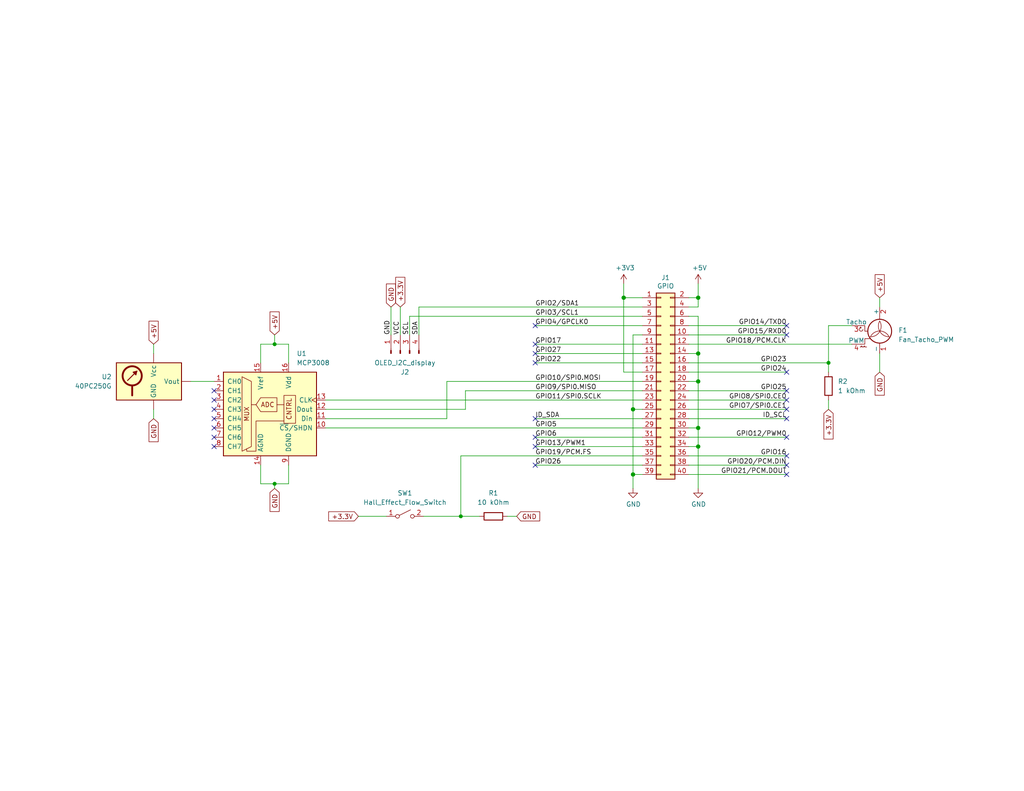
<source format=kicad_sch>
(kicad_sch (version 20230121) (generator eeschema)
  (paper "USLetter")
  (title_block (title "Chance of Showers") (date "2023-11-26") (company "Matthew Epland"))
  (lib_symbols
    (symbol "Analog_ADC:MCP3008" (pin_names (offset 1.016))
      (property "Reference" "U" (at -5.08 13.335 0))
      (property "Value" "MCP3008" (at -5.08 11.43 0))
      (symbol "MCP3008_0_0"
        (text "ADC" (at -0.635 1.27 0) (effects (font (size 1.27 1.27))))
        (text "CNTRL" (at 5.969 -2.921 900) (effects (font (size 1.27 1.27)) (justify left bottom)))
        (text "MUX" (at -6.35 -1.27 900) (effects (font (size 1.27 1.27))))
      )
      (symbol "MCP3008_0_1"
        (polyline (pts (xy -3.81 1.27) (xy -5.08 1.27)))
        (polyline (pts (xy 1.905 1.27) (xy 3.81 1.27)))
        (polyline (pts (xy -7.62 8.89) (xy -7.62 -11.43) (xy -5.08 -10.16) (xy -5.08 7.62) (xy -7.62 8.89)))
        (polyline (pts (xy 3.81 -3.175) (xy -3.81 -3.175) (xy -3.81 -11.43) (xy -6.35 -11.43) (xy -6.35 -10.795)))
        (polyline (pts (xy 1.905 3.175) (xy 1.905 -0.635) (xy -2.54 -0.635) (xy -3.81 1.27) (xy -2.54 3.175) (xy 1.905 3.175)))
        (rectangle (start 3.81 -3.81) (end 6.985 3.81))
        (rectangle (start 12.7 -12.7) (end -12.7 10.16) (stroke (width 0.254)) (fill (type background)))
      )
      (symbol "MCP3008_1_1"
        (pin input line (at -15.24 7.62 0) (length 2.54) (name "CH0") (number "1"))
        (pin input line (at 15.24 -5.08 180) (length 2.54) (name "~{CS}/SHDN") (number "10"))
        (pin input line (at 15.24 -2.54 180) (length 2.54) (name "Din") (number "11"))
        (pin output line (at 15.24 0 180) (length 2.54) (name "Dout") (number "12"))
        (pin input clock (at 15.24 2.54 180) (length 2.54) (name "CLK") (number "13"))
        (pin power_in line (at -2.54 -15.24 90) (length 2.54) (name "AGND") (number "14"))
        (pin power_in line (at -2.54 12.7 270) (length 2.54) (name "Vref") (number "15"))
        (pin power_in line (at 5.08 12.7 270) (length 2.54) (name "Vdd") (number "16"))
        (pin input line (at -15.24 5.08 0) (length 2.54) (name "CH1") (number "2"))
        (pin input line (at -15.24 2.54 0) (length 2.54) (name "CH2") (number "3"))
        (pin input line (at -15.24 0 0) (length 2.54) (name "CH3") (number "4"))
        (pin input line (at -15.24 -2.54 0) (length 2.54) (name "CH4") (number "5"))
        (pin input line (at -15.24 -5.08 0) (length 2.54) (name "CH5") (number "6"))
        (pin input line (at -15.24 -7.62 0) (length 2.54) (name "CH6") (number "7"))
        (pin input line (at -15.24 -10.16 0) (length 2.54) (name "CH7") (number "8"))
        (pin power_in line (at 5.08 -15.24 90) (length 2.54) (name "DGND") (number "9"))
      )
    )
    (symbol "Connector:Conn_01x04_Pin" (pin_names (offset 1.016) hide)
      (property "Reference" "J" (at 0 5.08 0))
      (property "Value" "Conn_01x04_Pin" (at 0 -7.62 0))
      (symbol "Conn_01x04_Pin_1_1"
        (polyline (pts (xy 1.27 -5.08) (xy 0.8636 -5.08)) (stroke (width 0.1524)))
        (polyline (pts (xy 1.27 -2.54) (xy 0.8636 -2.54)) (stroke (width 0.1524)))
        (polyline (pts (xy 1.27 0) (xy 0.8636 0)) (stroke (width 0.1524)))
        (polyline (pts (xy 1.27 2.54) (xy 0.8636 2.54)) (stroke (width 0.1524)))
        (rectangle (start 0.8636 -4.953) (end 0 -5.207) (stroke (width 0.1524)) (fill (type outline)))
        (rectangle (start 0.8636 -2.413) (end 0 -2.667) (stroke (width 0.1524)) (fill (type outline)))
        (rectangle (start 0.8636 0.127) (end 0 -0.127) (stroke (width 0.1524)) (fill (type outline)))
        (rectangle (start 0.8636 2.667) (end 0 2.413) (stroke (width 0.1524)) (fill (type outline)))
        (pin passive line (at 5.08 2.54 180) (length 3.81) (name "Pin_1") (number "1"))
        (pin passive line (at 5.08 0 180) (length 3.81) (name "Pin_2") (number "2"))
        (pin passive line (at 5.08 -2.54 180) (length 3.81) (name "Pin_3") (number "3"))
        (pin passive line (at 5.08 -5.08 180) (length 3.81) (name "Pin_4") (number "4"))
      )
    )
    (symbol "Connector_Generic:Conn_02x20_Odd_Even" (pin_names (offset 1.016) hide)
      (property "Reference" "J1" (at 1.27 28.3402 0))
      (property "Value" "GPIO" (at 1.27 26.035 0))
      (symbol "Conn_02x20_Odd_Even_1_1"
        (rectangle (start -1.27 -25.273) (end 0 -25.527) (stroke (width 0.1524)))
        (rectangle (start -1.27 -22.733) (end 0 -22.987) (stroke (width 0.1524)))
        (rectangle (start -1.27 -20.193) (end 0 -20.447) (stroke (width 0.1524)))
        (rectangle (start -1.27 -17.653) (end 0 -17.907) (stroke (width 0.1524)))
        (rectangle (start -1.27 -15.113) (end 0 -15.367) (stroke (width 0.1524)))
        (rectangle (start -1.27 -12.573) (end 0 -12.827) (stroke (width 0.1524)))
        (rectangle (start -1.27 -10.033) (end 0 -10.287) (stroke (width 0.1524)))
        (rectangle (start -1.27 -7.493) (end 0 -7.747) (stroke (width 0.1524)))
        (rectangle (start -1.27 -4.953) (end 0 -5.207) (stroke (width 0.1524)))
        (rectangle (start -1.27 -2.413) (end 0 -2.667) (stroke (width 0.1524)))
        (rectangle (start -1.27 0.127) (end 0 -0.127) (stroke (width 0.1524)))
        (rectangle (start -1.27 2.667) (end 0 2.413) (stroke (width 0.1524)))
        (rectangle (start -1.27 5.207) (end 0 4.953) (stroke (width 0.1524)))
        (rectangle (start -1.27 7.747) (end 0 7.493) (stroke (width 0.1524)))
        (rectangle (start -1.27 10.287) (end 0 10.033) (stroke (width 0.1524)))
        (rectangle (start -1.27 12.827) (end 0 12.573) (stroke (width 0.1524)))
        (rectangle (start -1.27 15.367) (end 0 15.113) (stroke (width 0.1524)))
        (rectangle (start -1.27 17.907) (end 0 17.653) (stroke (width 0.1524)))
        (rectangle (start -1.27 20.447) (end 0 20.193) (stroke (width 0.1524)))
        (rectangle (start -1.27 22.987) (end 0 22.733) (stroke (width 0.1524)))
        (rectangle (start -1.27 24.13) (end 3.81 -26.67) (stroke (width 0.254)) (fill (type background)))
        (rectangle (start 3.81 -25.273) (end 2.54 -25.527) (stroke (width 0.1524)))
        (rectangle (start 3.81 -22.733) (end 2.54 -22.987) (stroke (width 0.1524)))
        (rectangle (start 3.81 -20.193) (end 2.54 -20.447) (stroke (width 0.1524)))
        (rectangle (start 3.81 -17.653) (end 2.54 -17.907) (stroke (width 0.1524)))
        (rectangle (start 3.81 -15.113) (end 2.54 -15.367) (stroke (width 0.1524)))
        (rectangle (start 3.81 -12.573) (end 2.54 -12.827) (stroke (width 0.1524)))
        (rectangle (start 3.81 -10.033) (end 2.54 -10.287) (stroke (width 0.1524)))
        (rectangle (start 3.81 -7.493) (end 2.54 -7.747) (stroke (width 0.1524)))
        (rectangle (start 3.81 -4.953) (end 2.54 -5.207) (stroke (width 0.1524)))
        (rectangle (start 3.81 -2.413) (end 2.54 -2.667) (stroke (width 0.1524)))
        (rectangle (start 3.81 0.127) (end 2.54 -0.127) (stroke (width 0.1524)))
        (rectangle (start 3.81 2.667) (end 2.54 2.413) (stroke (width 0.1524)))
        (rectangle (start 3.81 5.207) (end 2.54 4.953) (stroke (width 0.1524)))
        (rectangle (start 3.81 7.747) (end 2.54 7.493) (stroke (width 0.1524)))
        (rectangle (start 3.81 10.287) (end 2.54 10.033) (stroke (width 0.1524)))
        (rectangle (start 3.81 12.827) (end 2.54 12.573) (stroke (width 0.1524)))
        (rectangle (start 3.81 15.367) (end 2.54 15.113) (stroke (width 0.1524)))
        (rectangle (start 3.81 17.907) (end 2.54 17.653) (stroke (width 0.1524)))
        (rectangle (start 3.81 20.447) (end 2.54 20.193) (stroke (width 0.1524)))
        (rectangle (start 3.81 22.987) (end 2.54 22.733) (stroke (width 0.1524)))
        (pin power_out line (at -5.08 22.86 0) (length 3.81) (name "+3.3V") (number "1"))
        (pin passive line (at 7.62 12.7 180) (length 3.81) (name "Pin_10") (number "10"))
        (pin passive line (at -5.08 10.16 0) (length 3.81) (name "Pin_11") (number "11"))
        (pin passive line (at 7.62 10.16 180) (length 3.81) (name "Pin_12") (number "12"))
        (pin passive line (at -5.08 7.62 0) (length 3.81) (name "Pin_13") (number "13"))
        (pin passive line (at 7.62 7.62 180) (length 3.81) (name "Pin_14") (number "14"))
        (pin passive line (at -5.08 5.08 0) (length 3.81) (name "Pin_15") (number "15"))
        (pin passive line (at 7.62 5.08 180) (length 3.81) (name "Pin_16") (number "16"))
        (pin passive line (at -5.08 2.54 0) (length 3.81) (name "Pin_17") (number "17"))
        (pin passive line (at 7.62 2.54 180) (length 3.81) (name "Pin_18") (number "18"))
        (pin passive line (at -5.08 0 0) (length 3.81) (name "Pin_19") (number "19"))
        (pin power_out line (at 7.62 22.86 180) (length 3.81) (name "+5V") (number "2"))
        (pin passive line (at 7.62 0 180) (length 3.81) (name "Pin_20") (number "20"))
        (pin passive line (at -5.08 -2.54 0) (length 3.81) (name "Pin_21") (number "21"))
        (pin passive line (at 7.62 -2.54 180) (length 3.81) (name "Pin_22") (number "22"))
        (pin passive line (at -5.08 -5.08 0) (length 3.81) (name "Pin_23") (number "23"))
        (pin passive line (at 7.62 -5.08 180) (length 3.81) (name "Pin_24") (number "24"))
        (pin passive line (at -5.08 -7.62 0) (length 3.81) (name "Pin_25") (number "25"))
        (pin passive line (at 7.62 -7.62 180) (length 3.81) (name "Pin_26") (number "26"))
        (pin passive line (at -5.08 -10.16 0) (length 3.81) (name "Pin_27") (number "27"))
        (pin passive line (at 7.62 -10.16 180) (length 3.81) (name "Pin_28") (number "28"))
        (pin passive line (at -5.08 -12.7 0) (length 3.81) (name "Pin_29") (number "29"))
        (pin passive line (at -5.08 20.32 0) (length 3.81) (name "Pin_3") (number "3"))
        (pin passive line (at 7.62 -12.7 180) (length 3.81) (name "Pin_30") (number "30"))
        (pin passive line (at -5.08 -15.24 0) (length 3.81) (name "Pin_31") (number "31"))
        (pin passive line (at 7.62 -15.24 180) (length 3.81) (name "Pin_32") (number "32"))
        (pin passive line (at -5.08 -17.78 0) (length 3.81) (name "Pin_33") (number "33"))
        (pin passive line (at 7.62 -17.78 180) (length 3.81) (name "Pin_34") (number "34"))
        (pin passive line (at -5.08 -20.32 0) (length 3.81) (name "Pin_35") (number "35"))
        (pin passive line (at 7.62 -20.32 180) (length 3.81) (name "Pin_36") (number "36"))
        (pin passive line (at -5.08 -22.86 0) (length 3.81) (name "Pin_37") (number "37"))
        (pin passive line (at 7.62 -22.86 180) (length 3.81) (name "Pin_38") (number "38"))
        (pin power_out line (at -5.08 -25.4 0) (length 3.81) (name "GND") (number "39"))
        (pin passive line (at 7.62 20.32 180) (length 3.81) (name "Pin_4") (number "4"))
        (pin passive line (at 7.62 -25.4 180) (length 3.81) (name "Pin_40") (number "40"))
        (pin passive line (at -5.08 17.78 0) (length 3.81) (name "Pin_5") (number "5"))
        (pin passive line (at 7.62 17.78 180) (length 3.81) (name "Pin_6") (number "6"))
        (pin passive line (at -5.08 15.24 0) (length 3.81) (name "Pin_7") (number "7"))
        (pin passive line (at 7.62 15.24 180) (length 3.81) (name "Pin_8") (number "8"))
        (pin passive line (at -5.08 12.7 0) (length 3.81) (name "Pin_9") (number "9"))
      )
    )
    (symbol "Device:R" (pin_numbers hide) (pin_names (offset 0))
      (property "Reference" "R" (at 2.032 0 90))
      (property "Value" "R" (at 0 0 90))
      (symbol "R_0_1"
        (rectangle (start -1.016 -2.54) (end 1.016 2.54) (stroke (width 0.254)))
      )
      (symbol "R_1_1"
        (pin passive line (at 0 3.81 270) (length 1.27) (name "~") (number "1"))
        (pin passive line (at 0 -3.81 90) (length 1.27) (name "~") (number "2"))
      )
    )
    (symbol "Motor:Fan_Tacho_PWM" (pin_names (offset 0))
      (property "Reference" "M" (at 2.54 5.08 0))
      (property "Value" "Fan_Tacho_PWM" (at 2.54 -2.54 0))
      (symbol "Fan_Tacho_PWM_0_0"
        (arc (start -5.588 1.524) (mid -5.08 1.0182) (end -4.572 1.524))
        (arc (start -5.08 2.032) (mid -5.4392 1.8832) (end -5.588 1.524))
        (polyline (pts (xy -5.08 2.032) (xy -5.334 2.159)))
        (polyline (pts (xy -5.08 2.032) (xy -5.207 1.778)))
        (polyline (pts (xy -4.064 2.54) (xy -4.064 1.016) (xy -3.302 1.016)))
      )
      (symbol "Fan_Tacho_PWM_0_1"
        (arc (start -2.54 -0.508) (mid 0.0028 0.9121) (end 0 3.81))
        (polyline (pts (xy -4.064 2.54) (xy -5.08 2.54)))
        (polyline (pts (xy 0 -5.08) (xy 0 -4.572)))
        (polyline (pts (xy 0 -2.2352) (xy 0 -2.6416)))
        (polyline (pts (xy 0 4.2672) (xy 0 4.6228)))
        (polyline (pts (xy 0 4.572) (xy 0 5.08)))
        (polyline (pts (xy -2.54 -1.016) (xy -4.064 -1.016) (xy -4.064 -2.54) (xy -5.08 -2.54)))
        (polyline (pts (xy -5.334 -3.302) (xy -5.08 -3.302) (xy -5.08 -3.048) (xy -4.826 -3.048) (xy -4.826 -3.302) (xy -4.318 -3.302) (xy -4.318 -3.048) (xy -4.064 -3.048) (xy -4.064 -3.302) (xy -3.556 -3.302)))
        (circle (center 0 1.016) (radius 3.2512) (stroke (width 0.254)))
        (arc (start 0 3.81) (mid 0.053 0.921) (end 2.54 -0.508))
        (arc (start 2.54 -0.508) (mid 0 1.0618) (end -2.54 -0.508))
      )
      (symbol "Fan_Tacho_PWM_1_1"
        (pin passive line (at 0 -5.08 90) (length 2.54) (name "-") (number "1"))
        (pin passive line (at 0 7.62 270) (length 2.54) (name "+") (number "2"))
        (pin passive line (at -7.62 2.54 0) (length 2.54) (name "Tacho") (number "3"))
        (pin input line (at -7.62 -2.54 0) (length 2.54) (name "PWM") (number "4"))
      )
    )
    (symbol "Sensor_Pressure:40PC250G" (pin_numbers hide)
      (property "Reference" "U" (at -10.16 6.35 0))
      (property "Value" "40PC250G" (at 6.35 6.35 0))
      (symbol "40PC250G_0_1"
        (circle (center -5.842 1.524) (radius 2.6162) (stroke (width 0.508)))
        (polyline (pts (xy -7.112 0.254) (xy -4.572 2.794)) (stroke (width 0.254)))
        (polyline (pts (xy -5.842 -1.27) (xy -5.842 -3.81)) (stroke (width 0.508)))
        (polyline (pts (xy -4.572 2.794) (xy -4.826 1.778) (xy -5.588 2.54) (xy -4.572 2.794)) (stroke (width 0.254)) (fill (type outline)))
        (rectangle (start 7.62 5.08) (end -10.16 -5.08) (stroke (width 0.254)) (fill (type background)))
      )
      (symbol "40PC250G_1_1"
        (pin power_in line (at 0 7.62 270) (length 2.54) (name "Vcc") (number "1"))
        (pin power_in line (at 0 -7.62 90) (length 2.54) (name "GND") (number "2"))
        (pin output line (at 10.16 0 180) (length 2.54) (name "Vout") (number "3"))
        (pin no_connect line (at -7.62 -5.08 90) (length 2.54) hide (name "NC") (number "4"))
        (pin no_connect line (at -5.08 -5.08 90) (length 2.54) hide (name "NC") (number "5"))
        (pin no_connect line (at -2.54 -5.08 90) (length 2.54) hide (name "NC") (number "6"))
      )
    )
    (symbol "Switch:SW_SPST" (pin_names (offset 0) hide)
      (property "Reference" "SW" (at 0 3.175 0))
      (property "Value" "SW_SPST" (at 0 -2.54 0))
      (symbol "SW_SPST_0_0"
        (circle (center -2.032 0) (radius 0.508))
        (polyline (pts (xy -1.524 0.254) (xy 1.524 1.778)))
        (circle (center 2.032 0) (radius 0.508))
      )
      (symbol "SW_SPST_1_1"
        (pin passive line (at -5.08 0 0) (length 2.54) (name "A") (number "1"))
        (pin passive line (at 5.08 0 180) (length 2.54) (name "B") (number "2"))
      )
    )
    (symbol "power:+3.3V" (power) (pin_names (offset 0))
      (property "Value" "+3.3V" (at 0 3.556 0))
      (symbol "+3.3V_0_1"
        (polyline (pts (xy -0.762 1.27) (xy 0 2.54)))
        (polyline (pts (xy 0 0) (xy 0 2.54)))
        (polyline (pts (xy 0 2.54) (xy 0.762 1.27)))
      )
      (symbol "+3.3V_1_1"
        (pin power_in line (at 0 0 90) (length 0) hide (name "+3V3") (number "1"))
      )
    )
    (symbol "power:+5V" (power) (pin_names (offset 0))
      (property "Value" "+5V" (at 0 3.556 0))
      (symbol "+5V_0_1"
        (polyline (pts (xy -0.762 1.27) (xy 0 2.54)))
        (polyline (pts (xy 0 0) (xy 0 2.54)))
        (polyline (pts (xy 0 2.54) (xy 0.762 1.27)))
      )
      (symbol "+5V_1_1"
        (pin power_in line (at 0 0 90) (length 0) hide (name "+5V") (number "1"))
      )
    )
    (symbol "power:GND" (power) (pin_names (offset 0))
      (property "Value" "GND" (at 0 -3.81 0))
      (symbol "GND_0_1"
        (polyline (pts (xy 0 0) (xy 0 -1.27) (xy 1.27 -1.27) (xy 0 -2.54) (xy -1.27 -1.27) (xy 0 -1.27)))
      )
      (symbol "GND_1_1"
        (pin power_in line (at 0 0 270) (length 0) hide (name "GND") (number "1"))
      )
    )
  )
  (junction (at 190.5 81.28) (diameter 1.016))
  (junction (at 190.5 96.52) (diameter 1.016))
  (junction (at 74.93 93.98))
  (junction (at 172.72 129.54) (diameter 1.016))
  (junction (at 172.72 111.76) (diameter 1.016))
  (junction (at 190.5 121.92) (diameter 1.016))
  (junction (at 226.06 99.06))
  (junction (at 190.5 116.84) (diameter 1.016))
  (junction (at 190.5 104.14) (diameter 1.016))
  (junction (at 125.73 140.97))
  (junction (at 74.93 132.08))
  (junction (at 170.18 81.28) (diameter 1.016))
  (no_connect (at 214.63 88.9))
  (no_connect (at 146.05 96.52))
  (no_connect (at 214.63 111.76))
  (no_connect (at 58.42 116.84))
  (no_connect (at 58.42 114.3))
  (no_connect (at 146.05 119.38))
  (no_connect (at 58.42 109.22))
  (no_connect (at 214.63 91.44))
  (no_connect (at 146.05 114.3))
  (no_connect (at 146.05 88.9))
  (no_connect (at 146.05 121.92))
  (no_connect (at 214.63 109.22))
  (no_connect (at 58.42 119.38))
  (no_connect (at 214.63 119.38))
  (no_connect (at 58.42 111.76))
  (no_connect (at 146.05 99.06))
  (no_connect (at 214.63 127))
  (no_connect (at 146.05 93.98))
  (no_connect (at 58.42 121.92))
  (no_connect (at 58.42 106.68))
  (no_connect (at 146.05 127))
  (no_connect (at 214.63 114.3))
  (no_connect (at 214.63 124.46))
  (no_connect (at 214.63 101.6))
  (no_connect (at 214.63 129.54))
  (no_connect (at 214.63 106.68))
  (wire (pts (xy 41.91 93.98) (xy 41.91 96.52)))
  (wire (pts (xy 172.72 111.76) (xy 172.72 129.54)))
  (wire (pts (xy 187.96 111.76) (xy 214.63 111.76)))
  (wire (pts (xy 175.26 93.98) (xy 146.05 93.98)))
  (wire (pts (xy 190.5 86.36) (xy 190.5 96.52)))
  (wire (pts (xy 190.5 104.14) (xy 187.96 104.14)))
  (wire (pts (xy 190.5 116.84) (xy 190.5 121.92)))
  (wire (pts (xy 115.57 140.97) (xy 125.73 140.97)))
  (wire (pts (xy 190.5 104.14) (xy 190.5 116.84)))
  (wire (pts (xy 187.96 88.9) (xy 214.63 88.9)))
  (wire (pts (xy 172.72 91.44) (xy 172.72 111.76)))
  (wire (pts (xy 172.72 91.44) (xy 175.26 91.44)))
  (wire (pts (xy 125.73 140.97) (xy 125.73 124.46)))
  (wire (pts (xy 127 106.68) (xy 175.26 106.68)))
  (wire (pts (xy 187.96 109.22) (xy 214.63 109.22)))
  (wire (pts (xy 41.91 111.76) (xy 41.91 114.3)))
  (wire (pts (xy 71.12 132.08) (xy 71.12 127)))
  (wire (pts (xy 172.72 111.76) (xy 175.26 111.76)))
  (wire (pts (xy 240.03 81.28) (xy 240.03 83.82)))
  (wire (pts (xy 78.74 127) (xy 78.74 132.08)))
  (wire (pts (xy 187.96 99.06) (xy 226.06 99.06)))
  (wire (pts (xy 226.06 88.9) (xy 226.06 99.06)))
  (wire (pts (xy 78.74 132.08) (xy 74.93 132.08)))
  (wire (pts (xy 187.96 129.54) (xy 214.63 129.54)))
  (wire (pts (xy 172.72 129.54) (xy 172.72 133.35)))
  (wire (pts (xy 146.05 96.52) (xy 175.26 96.52)))
  (wire (pts (xy 170.18 77.47) (xy 170.18 81.28)))
  (wire (pts (xy 226.06 109.22) (xy 226.06 111.76)))
  (wire (pts (xy 121.92 114.3) (xy 121.92 104.14)))
  (wire (pts (xy 240.03 96.52) (xy 240.03 101.6)))
  (wire (pts (xy 190.5 121.92) (xy 187.96 121.92)))
  (wire (pts (xy 111.76 86.36) (xy 175.26 86.36)))
  (wire (pts (xy 170.18 101.6) (xy 175.26 101.6)))
  (wire (pts (xy 114.3 83.82) (xy 175.26 83.82)))
  (wire (pts (xy 190.5 81.28) (xy 190.5 83.82)))
  (wire (pts (xy 106.68 91.44) (xy 106.68 83.82)))
  (wire (pts (xy 190.5 96.52) (xy 190.5 104.14)))
  (wire (pts (xy 187.96 93.98) (xy 232.41 93.98)))
  (wire (pts (xy 190.5 96.52) (xy 187.96 96.52)))
  (wire (pts (xy 190.5 77.47) (xy 190.5 81.28)))
  (wire (pts (xy 78.74 99.06) (xy 78.74 93.98)))
  (wire (pts (xy 146.05 88.9) (xy 175.26 88.9)))
  (wire (pts (xy 190.5 81.28) (xy 187.96 81.28)))
  (wire (pts (xy 170.18 81.28) (xy 170.18 101.6)))
  (wire (pts (xy 187.96 101.6) (xy 214.63 101.6)))
  (wire (pts (xy 187.96 91.44) (xy 214.63 91.44)))
  (wire (pts (xy 114.3 91.44) (xy 114.3 83.82)))
  (wire (pts (xy 146.05 99.06) (xy 175.26 99.06)))
  (wire (pts (xy 111.76 91.44) (xy 111.76 86.36)))
  (wire (pts (xy 71.12 93.98) (xy 71.12 99.06)))
  (wire (pts (xy 146.05 119.38) (xy 175.26 119.38)))
  (wire (pts (xy 190.5 83.82) (xy 187.96 83.82)))
  (wire (pts (xy 74.93 91.44) (xy 74.93 93.98)))
  (wire (pts (xy 125.73 124.46) (xy 175.26 124.46)))
  (wire (pts (xy 226.06 101.6) (xy 226.06 99.06)))
  (wire (pts (xy 187.96 124.46) (xy 214.63 124.46)))
  (wire (pts (xy 187.96 119.38) (xy 214.63 119.38)))
  (wire (pts (xy 172.72 129.54) (xy 175.26 129.54)))
  (wire (pts (xy 146.05 114.3) (xy 175.26 114.3)))
  (wire (pts (xy 187.96 127) (xy 214.63 127)))
  (wire (pts (xy 88.9 109.22) (xy 175.26 109.22)))
  (wire (pts (xy 190.5 86.36) (xy 187.96 86.36)))
  (wire (pts (xy 146.05 127) (xy 175.26 127)))
  (wire (pts (xy 52.07 104.14) (xy 58.42 104.14)))
  (wire (pts (xy 97.79 140.97) (xy 105.41 140.97)))
  (wire (pts (xy 88.9 116.84) (xy 175.26 116.84)))
  (wire (pts (xy 127 111.76) (xy 127 106.68)))
  (wire (pts (xy 125.73 140.97) (xy 130.81 140.97)))
  (wire (pts (xy 190.5 121.92) (xy 190.5 133.35)))
  (wire (pts (xy 74.93 93.98) (xy 71.12 93.98)))
  (wire (pts (xy 187.96 106.68) (xy 214.63 106.68)))
  (wire (pts (xy 175.26 121.92) (xy 146.05 121.92)))
  (wire (pts (xy 88.9 111.76) (xy 127 111.76)))
  (wire (pts (xy 190.5 116.84) (xy 187.96 116.84)))
  (wire (pts (xy 232.41 88.9) (xy 226.06 88.9)))
  (wire (pts (xy 170.18 81.28) (xy 175.26 81.28)))
  (wire (pts (xy 74.93 132.08) (xy 71.12 132.08)))
  (wire (pts (xy 88.9 114.3) (xy 121.92 114.3)))
  (wire (pts (xy 109.22 91.44) (xy 109.22 83.82)))
  (wire (pts (xy 121.92 104.14) (xy 175.26 104.14)))
  (wire (pts (xy 187.96 114.3) (xy 214.63 114.3)))
  (wire (pts (xy 78.74 93.98) (xy 74.93 93.98)))
  (wire (pts (xy 138.43 140.97) (xy 140.97 140.97)))
  (wire (pts (xy 74.93 132.08) (xy 74.93 133.35)))
  (label "ID_SDA" (at 146.05 114.3 0))
  (label "GPIO6" (at 146.05 119.38 0))
  (label "ID_SCL" (at 214.63 114.3 180))
  (label "GPIO5" (at 146.05 116.84 0))
  (label "SDA" (at 114.3 91.44 90))
  (label "GPIO21{slash}PCM.DOUT" (at 214.63 129.54 180))
  (label "GPIO19{slash}PCM.FS" (at 146.05 124.46 0))
  (label "GPIO10{slash}SPI0.MOSI" (at 146.05 104.14 0))
  (label "GPIO9{slash}SPI0.MISO" (at 146.05 106.68 0))
  (label "GPIO23" (at 214.63 99.06 180))
  (label "GPIO4{slash}GPCLK0" (at 146.05 88.9 0))
  (label "GPIO27" (at 146.05 96.52 0))
  (label "GPIO26" (at 146.05 127 0))
  (label "GPIO14{slash}TXD0" (at 214.63 88.9 180))
  (label "GPIO8{slash}SPI0.CE0" (at 214.63 109.22 180))
  (label "GPIO15{slash}RXD0" (at 214.63 91.44 180))
  (label "GPIO16" (at 214.63 124.46 180))
  (label "VCC" (at 109.22 91.44 90))
  (label "GPIO22" (at 146.05 99.06 0))
  (label "GPIO2{slash}SDA1" (at 146.05 83.82 0))
  (label "GPIO17" (at 146.05 93.98 0))
  (label "GPIO25" (at 214.63 106.68 180))
  (label "GPIO3{slash}SCL1" (at 146.05 86.36 0))
  (label "GPIO18{slash}PCM.CLK" (at 214.63 93.98 180))
  (label "GPIO12{slash}PWM0" (at 214.63 119.38 180))
  (label "GND" (at 106.68 91.44 90))
  (label "GPIO13{slash}PWM1" (at 146.05 121.92 0))
  (label "GPIO20{slash}PCM.DIN" (at 214.63 127 180))
  (label "GPIO24" (at 214.63 101.6 180))
  (label "GPIO7{slash}SPI0.CE1" (at 214.63 111.76 180))
  (label "SCL" (at 111.76 91.44 90))
  (label "GPIO11{slash}SPI0.SCLK" (at 146.05 109.22 0))
  (global_label "+3.3V" (shape input) (at 97.79 140.97 180) (property "Intersheetrefs" "${INTERSHEET_REFS}" (effects hide)))
  (global_label "GND" (shape input) (at 240.03 101.6 270) (property "Intersheetrefs" "${INTERSHEET_REFS}" (effects hide)))
  (global_label "GND" (shape input) (at 106.68 83.82 90) (property "Intersheetrefs" "${INTERSHEET_REFS}" (effects hide)))
  (global_label "GND" (shape input) (at 140.97 140.97 0) (property "Intersheetrefs" "${INTERSHEET_REFS}" (effects hide)))
  (global_label "+5V" (shape input) (at 74.93 91.44 90) (property "Intersheetrefs" "${INTERSHEET_REFS}" (effects hide)))
  (global_label "GND" (shape input) (at 41.91 114.3 270) (property "Intersheetrefs" "${INTERSHEET_REFS}" (effects hide)))
  (global_label "GND" (shape input) (at 74.93 133.35 270) (property "Intersheetrefs" "${INTERSHEET_REFS}" (effects hide)))
  (global_label "+5V" (shape input) (at 240.03 81.28 90) (property "Intersheetrefs" "${INTERSHEET_REFS}" (effects hide)))
  (global_label "+5V" (shape input) (at 41.91 93.98 90) (property "Intersheetrefs" "${INTERSHEET_REFS}" (effects hide)))
  (global_label "+3.3V" (shape input) (at 109.22 83.82 90) (property "Intersheetrefs" "${INTERSHEET_REFS}" (effects hide)))
  (global_label "+3.3V" (shape input) (at 226.06 111.76 270) (property "Intersheetrefs" "${INTERSHEET_REFS}" (effects hide)))
  (symbol (lib_id "power:+5V") (at 190.5 77.47 0) (unit 1)
    (property "Reference" "#PWR01" (effects hide))
    (property "Value" "+5V" (at 190.8683 73.1456 0))
  )
  (symbol (lib_id "power:+3.3V") (at 170.18 77.47 0) (unit 1)
    (property "Reference" "#PWR04" (effects hide))
    (property "Value" "+3.3V" (at 170.5483 73.1456 0))
  )
  (symbol (lib_id "power:GND") (at 190.5 133.35 0) (unit 1)
    (property "Reference" "#PWR02" (effects hide))
    (property "Value" "GND" (at 190.6143 137.6744 0))
  )
  (symbol (lib_id "power:GND") (at 172.72 133.35 0) (unit 1)
    (property "Reference" "#PWR03" (effects hide))
    (property "Value" "GND" (at 172.8343 137.6744 0))
  )
  (symbol (lib_id "Connector_Generic:Conn_02x20_Odd_Even") (at 180.34 104.14 0) (unit 1)
    (property "Reference" "J1" (at 181.61 75.7998 0))
    (property "Value" "GPIO" (at 181.61 78.105 0))
    (property "Footprint" "Connector_PinSocket_2.54mm:PinSocket_2x20_P2.54mm_Vertical" (effects hide))
  )
  (symbol (lib_id "Switch:SW_SPST") (at 110.49 140.97 0) (unit 1)
    (property "Reference" "SW1" (at 110.49 134.62 0))
    (property "Value" "Hall_Effect_Flow_Switch" (at 110.49 137.16 0))
  )
  (symbol (lib_id "Sensor_Pressure:40PC250G") (at 41.91 104.14 0) (unit 1)
    (property "Reference" "U2" (at 30.48 102.87 0) (effects (justify right)))
    (property "Value" "40PC250G" (at 30.48 105.41 0) (effects (justify right)))
    (property "Datasheet" "http://www.honeywellscportal.com//index.php?ci_id=138832" (effects hide))
  )
  (symbol (lib_id "Device:R") (at 226.06 105.41 0) (unit 1)
    (property "Reference" "R2" (at 228.6 104.14 0) (effects (justify left)))
    (property "Value" "1 kOhm" (at 228.6 106.68 0) (effects (justify left)))
  )
  (symbol (lib_id "Connector:Conn_01x04_Pin") (at 109.22 96.52 90) (unit 1)
    (property "Reference" "J2" (at 110.49 101.6 90))
    (property "Value" "OLED_I2C_display" (at 110.49 99.06 90))
    (property "Footprint" "Connector_PinHeader_2.54mm:PinHeader_1x04_P2.54mm_Vertical" (effects hide))
  )
  (symbol (lib_id "Motor:Fan_Tacho_PWM") (at 240.03 91.44 0) (unit 1)
    (property "Reference" "F1" (at 245.11 90.17 0) (effects (justify left)))
    (property "Value" "Fan_Tacho_PWM" (at 245.11 92.71 0) (effects (justify left)))
    (property "Footprint" "Connector:FanPinHeader_1x04_P2.54mm_Vertical" (effects hide))
    (property "Datasheet" "http://www.formfactors.org/developer%5Cspecs%5Crev1_2_public.pdf" (effects hide))
  )
  (symbol (lib_id "Analog_ADC:MCP3008") (at 73.66 111.76 0) (unit 1)
    (property "Reference" "U1" (at 80.9341 96.52 0) (effects (justify left)))
    (property "Value" "MCP3008" (at 80.9341 99.06 0) (effects (justify left)))
    (property "Footprint" "Package_DIP:DIP-16_W7.62mm" (effects hide))
    (property "Datasheet" "http://ww1.microchip.com/downloads/en/DeviceDoc/21295d.pdf" (effects hide))
  )
  (symbol (lib_id "Device:R") (at 134.62 140.97 90) (unit 1)
    (property "Reference" "R1" (at 134.62 134.62 90))
    (property "Value" "10 kOhm" (at 134.62 137.16 90))
  )
)
</source>
